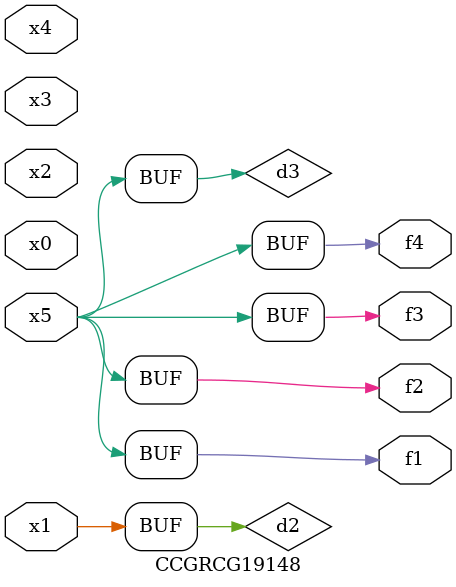
<source format=v>
module CCGRCG19148(
	input x0, x1, x2, x3, x4, x5,
	output f1, f2, f3, f4
);

	wire d1, d2, d3;

	not (d1, x5);
	or (d2, x1);
	xnor (d3, d1);
	assign f1 = d3;
	assign f2 = d3;
	assign f3 = d3;
	assign f4 = d3;
endmodule

</source>
